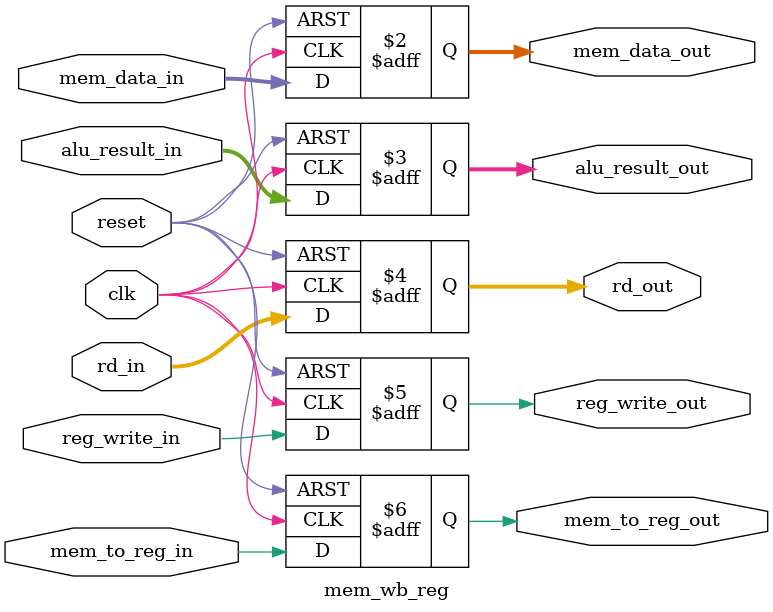
<source format=v>
module mem_wb_reg (
    input clk,
    input reset,

    // Inputs from MEM stage
    input [31:0] mem_data_in,
    input [31:0] alu_result_in,
    input [4:0] rd_in,
    input reg_write_in,
    input mem_to_reg_in,

    // Outputs to WB stage
    output reg [31:0] mem_data_out,
    output reg [31:0] alu_result_out,
    output reg [4:0] rd_out,
    output reg reg_write_out,
    output reg mem_to_reg_out
);

always @(posedge clk or posedge reset) begin
    if (reset) begin
        mem_data_out   <= 32'b0;
        alu_result_out <= 32'b0;
        rd_out         <= 5'b0;
        reg_write_out  <= 0;
        mem_to_reg_out <= 0;
    end else begin
        mem_data_out   <= mem_data_in;
        alu_result_out <= alu_result_in;
        rd_out         <= rd_in;
        reg_write_out  <= reg_write_in;
        mem_to_reg_out <= mem_to_reg_in;
    end
end

endmodule

</source>
